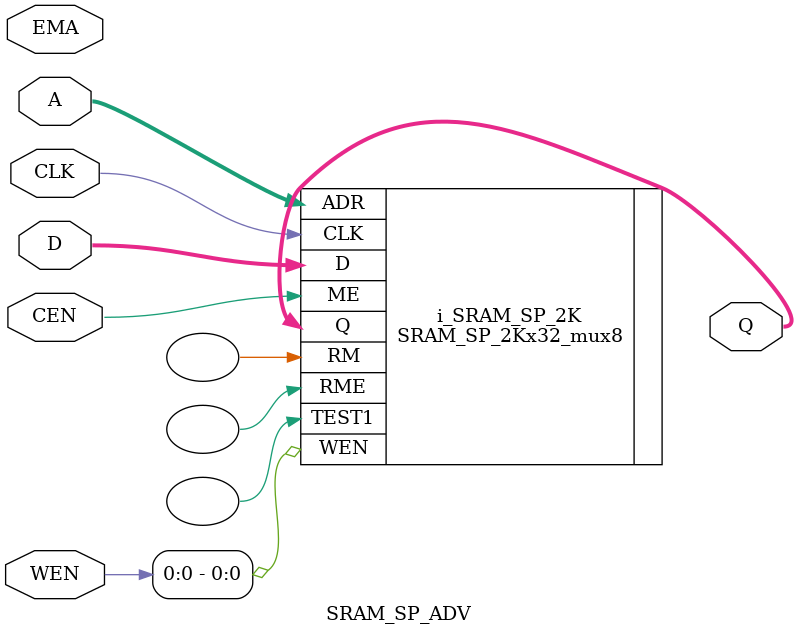
<source format=v>
module SRAM_SP_ADV (
                Q,
                CLK,
                CEN,
                WEN,
                A,
                D,
                EMA
                );

   output [31:0]            Q;
   input                    CLK;
   input                    CEN;
   input [3:0]              WEN;
   input [10:0]             A;
   input [31:0]             D;
   input [2:0]              EMA;

   

SRAM_SP_2Kx32_mux8 i_SRAM_SP_2K (
                .Q(Q),
                .CLK(CLK),
                .ME(CEN),
                .WEN(WEN[0]),
                .ADR(A),
                .D(D),
		.TEST1(),
		.RM(),
		.RME()
                );
endmodule
 

</source>
